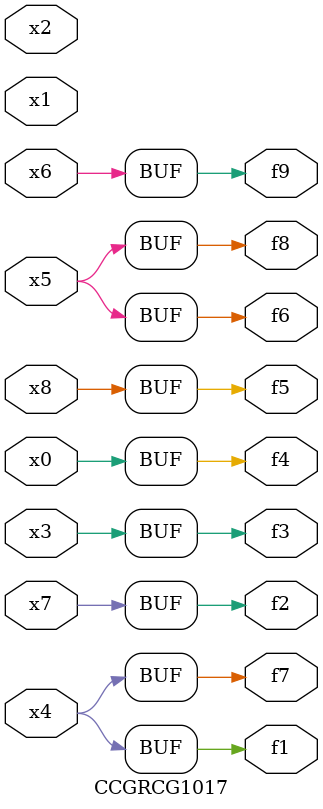
<source format=v>
module CCGRCG1017(
	input x0, x1, x2, x3, x4, x5, x6, x7, x8,
	output f1, f2, f3, f4, f5, f6, f7, f8, f9
);
	assign f1 = x4;
	assign f2 = x7;
	assign f3 = x3;
	assign f4 = x0;
	assign f5 = x8;
	assign f6 = x5;
	assign f7 = x4;
	assign f8 = x5;
	assign f9 = x6;
endmodule

</source>
